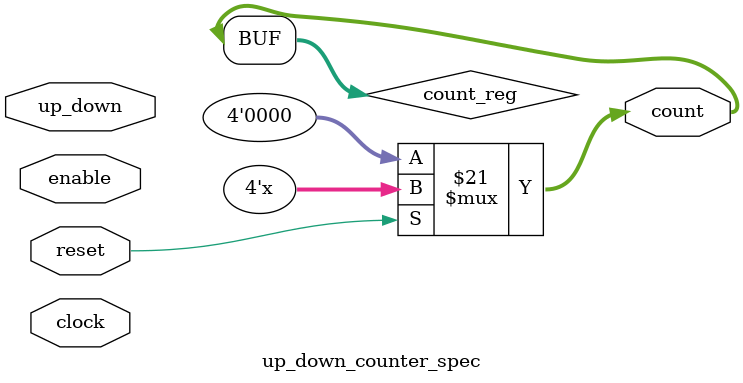
<source format=v>
module up_down_counter_spec(
    input [0:0] clock,
    input [0:0] reset,
    input [0:0] up_down,
    input [0:0] enable,
    output [3:0] count
);
    reg [3:0] count_reg;

    // Combinational logic to update count_reg
    always @* begin
        if (!reset) begin
            count_reg = 4'b0000;                      // Asynchronous reset, active low
        end else if (enable) begin
            if (up_down) begin
                count_reg = count_reg + 4'b0001;      // Count up
            end else begin
                count_reg = count_reg - 4'b0001;      // Count down
            end
        end
    end

    assign count = count_reg;

endmodule

</source>
